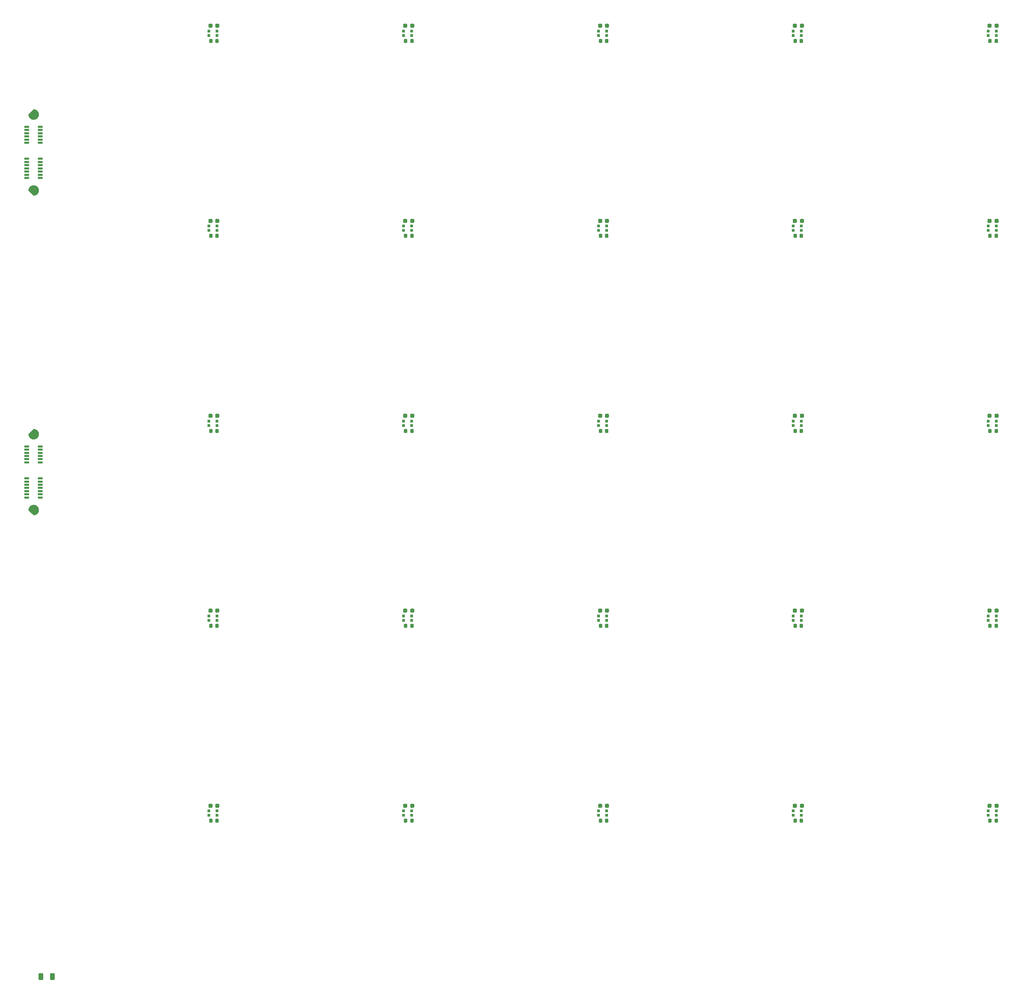
<source format=gbr>
%TF.GenerationSoftware,KiCad,Pcbnew,8.0.2-1*%
%TF.CreationDate,2024-10-01T13:51:40-04:00*%
%TF.ProjectId,OddLayers_1.3mm_SiPM,4f64644c-6179-4657-9273-5f312e336d6d,rev?*%
%TF.SameCoordinates,Original*%
%TF.FileFunction,Paste,Top*%
%TF.FilePolarity,Positive*%
%FSLAX46Y46*%
G04 Gerber Fmt 4.6, Leading zero omitted, Abs format (unit mm)*
G04 Created by KiCad (PCBNEW 8.0.2-1) date 2024-10-01 13:51:40*
%MOMM*%
%LPD*%
G01*
G04 APERTURE LIST*
G04 Aperture macros list*
%AMRoundRect*
0 Rectangle with rounded corners*
0 $1 Rounding radius*
0 $2 $3 $4 $5 $6 $7 $8 $9 X,Y pos of 4 corners*
0 Add a 4 corners polygon primitive as box body*
4,1,4,$2,$3,$4,$5,$6,$7,$8,$9,$2,$3,0*
0 Add four circle primitives for the rounded corners*
1,1,$1+$1,$2,$3*
1,1,$1+$1,$4,$5*
1,1,$1+$1,$6,$7*
1,1,$1+$1,$8,$9*
0 Add four rect primitives between the rounded corners*
20,1,$1+$1,$2,$3,$4,$5,0*
20,1,$1+$1,$4,$5,$6,$7,0*
20,1,$1+$1,$6,$7,$8,$9,0*
20,1,$1+$1,$8,$9,$2,$3,0*%
G04 Aperture macros list end*
%ADD10C,0.010000*%
%ADD11R,0.700000X0.700000*%
%ADD12RoundRect,0.237500X-0.287500X-0.237500X0.287500X-0.237500X0.287500X0.237500X-0.287500X0.237500X0*%
%ADD13RoundRect,0.225000X-0.225000X-0.250000X0.225000X-0.250000X0.225000X0.250000X-0.225000X0.250000X0*%
%ADD14R,1.200000X0.500000*%
%ADD15RoundRect,0.250000X-0.312500X-0.625000X0.312500X-0.625000X0.312500X0.625000X-0.312500X0.625000X0*%
G04 APERTURE END LIST*
D10*
%TO.C,REF\u002A\u002A*%
X60066000Y-108227000D02*
X60133000Y-108232000D01*
X60199000Y-108241000D01*
X60264000Y-108253000D01*
X60329000Y-108268000D01*
X60392000Y-108287000D01*
X60455000Y-108309000D01*
X60517000Y-108335000D01*
X60577000Y-108363000D01*
X60635000Y-108395000D01*
X60692000Y-108430000D01*
X60746000Y-108468000D01*
X60799000Y-108508000D01*
X60850000Y-108551000D01*
X60898000Y-108597000D01*
X60944000Y-108645000D01*
X60987000Y-108696000D01*
X61027000Y-108749000D01*
X61065000Y-108803000D01*
X61100000Y-108860000D01*
X61132000Y-108918000D01*
X61160000Y-108978000D01*
X61186000Y-109040000D01*
X61208000Y-109103000D01*
X61227000Y-109166000D01*
X61242000Y-109231000D01*
X61254000Y-109296000D01*
X61263000Y-109362000D01*
X61268000Y-109429000D01*
X61270000Y-109495000D01*
X61268000Y-109561000D01*
X61263000Y-109628000D01*
X61254000Y-109694000D01*
X61242000Y-109759000D01*
X61227000Y-109824000D01*
X61208000Y-109887000D01*
X61186000Y-109950000D01*
X61160000Y-110012000D01*
X61132000Y-110072000D01*
X61100000Y-110130000D01*
X61065000Y-110187000D01*
X61027000Y-110241000D01*
X60987000Y-110294000D01*
X60944000Y-110345000D01*
X60898000Y-110393000D01*
X60873000Y-110416000D01*
X60847000Y-110439000D01*
X60821000Y-110462000D01*
X60794000Y-110484000D01*
X60766000Y-110505000D01*
X60738000Y-110525000D01*
X60709000Y-110544000D01*
X60680000Y-110563000D01*
X60651000Y-110581000D01*
X60620000Y-110598000D01*
X60590000Y-110615000D01*
X60559000Y-110630000D01*
X60527000Y-110645000D01*
X60496000Y-110659000D01*
X60464000Y-110672000D01*
X60431000Y-110685000D01*
X60398000Y-110696000D01*
X60365000Y-110707000D01*
X60332000Y-110716000D01*
X60298000Y-110725000D01*
X60265000Y-110733000D01*
X60231000Y-110740000D01*
X60197000Y-110746000D01*
X60162000Y-110752000D01*
X60128000Y-110756000D01*
X60093000Y-110759000D01*
X60059000Y-110762000D01*
X60024000Y-110764000D01*
X59989000Y-110764000D01*
X59954000Y-110764000D01*
X58731000Y-109541000D01*
X58730740Y-109540960D01*
X58731000Y-109506000D01*
X58731000Y-109471000D01*
X58733000Y-109436000D01*
X58736000Y-109402000D01*
X58739000Y-109367000D01*
X58743000Y-109333000D01*
X58749000Y-109298000D01*
X58755000Y-109264000D01*
X58762000Y-109230000D01*
X58770000Y-109196000D01*
X58779000Y-109163000D01*
X58788000Y-109130000D01*
X58799000Y-109097000D01*
X58810000Y-109064000D01*
X58823000Y-109031000D01*
X58836000Y-108999000D01*
X58850000Y-108967000D01*
X58865000Y-108936000D01*
X58880000Y-108905000D01*
X58897000Y-108875000D01*
X58914000Y-108844000D01*
X58932000Y-108815000D01*
X58951000Y-108786000D01*
X58970000Y-108757000D01*
X58990000Y-108729000D01*
X59011000Y-108701000D01*
X59033000Y-108674000D01*
X59056000Y-108648000D01*
X59079000Y-108622000D01*
X59102000Y-108597000D01*
X59150000Y-108551000D01*
X59201000Y-108508000D01*
X59254000Y-108468000D01*
X59308000Y-108430000D01*
X59365000Y-108395000D01*
X59423000Y-108363000D01*
X59483000Y-108335000D01*
X59545000Y-108309000D01*
X59608000Y-108287000D01*
X59671000Y-108268000D01*
X59736000Y-108253000D01*
X59801000Y-108241000D01*
X59867000Y-108232000D01*
X59934000Y-108227000D01*
X60000000Y-108225000D01*
X60066000Y-108227000D01*
G36*
X60066000Y-108227000D02*
G01*
X60133000Y-108232000D01*
X60199000Y-108241000D01*
X60264000Y-108253000D01*
X60329000Y-108268000D01*
X60392000Y-108287000D01*
X60455000Y-108309000D01*
X60517000Y-108335000D01*
X60577000Y-108363000D01*
X60635000Y-108395000D01*
X60692000Y-108430000D01*
X60746000Y-108468000D01*
X60799000Y-108508000D01*
X60850000Y-108551000D01*
X60898000Y-108597000D01*
X60944000Y-108645000D01*
X60987000Y-108696000D01*
X61027000Y-108749000D01*
X61065000Y-108803000D01*
X61100000Y-108860000D01*
X61132000Y-108918000D01*
X61160000Y-108978000D01*
X61186000Y-109040000D01*
X61208000Y-109103000D01*
X61227000Y-109166000D01*
X61242000Y-109231000D01*
X61254000Y-109296000D01*
X61263000Y-109362000D01*
X61268000Y-109429000D01*
X61270000Y-109495000D01*
X61268000Y-109561000D01*
X61263000Y-109628000D01*
X61254000Y-109694000D01*
X61242000Y-109759000D01*
X61227000Y-109824000D01*
X61208000Y-109887000D01*
X61186000Y-109950000D01*
X61160000Y-110012000D01*
X61132000Y-110072000D01*
X61100000Y-110130000D01*
X61065000Y-110187000D01*
X61027000Y-110241000D01*
X60987000Y-110294000D01*
X60944000Y-110345000D01*
X60898000Y-110393000D01*
X60873000Y-110416000D01*
X60847000Y-110439000D01*
X60821000Y-110462000D01*
X60794000Y-110484000D01*
X60766000Y-110505000D01*
X60738000Y-110525000D01*
X60709000Y-110544000D01*
X60680000Y-110563000D01*
X60651000Y-110581000D01*
X60620000Y-110598000D01*
X60590000Y-110615000D01*
X60559000Y-110630000D01*
X60527000Y-110645000D01*
X60496000Y-110659000D01*
X60464000Y-110672000D01*
X60431000Y-110685000D01*
X60398000Y-110696000D01*
X60365000Y-110707000D01*
X60332000Y-110716000D01*
X60298000Y-110725000D01*
X60265000Y-110733000D01*
X60231000Y-110740000D01*
X60197000Y-110746000D01*
X60162000Y-110752000D01*
X60128000Y-110756000D01*
X60093000Y-110759000D01*
X60059000Y-110762000D01*
X60024000Y-110764000D01*
X59989000Y-110764000D01*
X59954000Y-110764000D01*
X58731000Y-109541000D01*
X58730740Y-109540960D01*
X58731000Y-109506000D01*
X58731000Y-109471000D01*
X58733000Y-109436000D01*
X58736000Y-109402000D01*
X58739000Y-109367000D01*
X58743000Y-109333000D01*
X58749000Y-109298000D01*
X58755000Y-109264000D01*
X58762000Y-109230000D01*
X58770000Y-109196000D01*
X58779000Y-109163000D01*
X58788000Y-109130000D01*
X58799000Y-109097000D01*
X58810000Y-109064000D01*
X58823000Y-109031000D01*
X58836000Y-108999000D01*
X58850000Y-108967000D01*
X58865000Y-108936000D01*
X58880000Y-108905000D01*
X58897000Y-108875000D01*
X58914000Y-108844000D01*
X58932000Y-108815000D01*
X58951000Y-108786000D01*
X58970000Y-108757000D01*
X58990000Y-108729000D01*
X59011000Y-108701000D01*
X59033000Y-108674000D01*
X59056000Y-108648000D01*
X59079000Y-108622000D01*
X59102000Y-108597000D01*
X59150000Y-108551000D01*
X59201000Y-108508000D01*
X59254000Y-108468000D01*
X59308000Y-108430000D01*
X59365000Y-108395000D01*
X59423000Y-108363000D01*
X59483000Y-108335000D01*
X59545000Y-108309000D01*
X59608000Y-108287000D01*
X59671000Y-108268000D01*
X59736000Y-108253000D01*
X59801000Y-108241000D01*
X59867000Y-108232000D01*
X59934000Y-108227000D01*
X60000000Y-108225000D01*
X60066000Y-108227000D01*
G37*
X59989000Y-89236000D02*
X60024000Y-89236000D01*
X60059000Y-89238000D01*
X60093000Y-89241000D01*
X60128000Y-89244000D01*
X60162000Y-89248000D01*
X60197000Y-89254000D01*
X60231000Y-89260000D01*
X60265000Y-89267000D01*
X60298000Y-89275000D01*
X60332000Y-89284000D01*
X60365000Y-89293000D01*
X60398000Y-89304000D01*
X60431000Y-89315000D01*
X60464000Y-89328000D01*
X60496000Y-89341000D01*
X60527000Y-89355000D01*
X60559000Y-89370000D01*
X60590000Y-89385000D01*
X60620000Y-89402000D01*
X60651000Y-89419000D01*
X60680000Y-89437000D01*
X60709000Y-89456000D01*
X60738000Y-89475000D01*
X60766000Y-89495000D01*
X60794000Y-89516000D01*
X60821000Y-89538000D01*
X60847000Y-89561000D01*
X60873000Y-89584000D01*
X60898000Y-89607000D01*
X60944000Y-89655000D01*
X60987000Y-89706000D01*
X61027000Y-89759000D01*
X61065000Y-89813000D01*
X61100000Y-89870000D01*
X61132000Y-89928000D01*
X61160000Y-89988000D01*
X61186000Y-90050000D01*
X61208000Y-90113000D01*
X61227000Y-90176000D01*
X61242000Y-90241000D01*
X61254000Y-90306000D01*
X61263000Y-90372000D01*
X61268000Y-90439000D01*
X61270000Y-90505000D01*
X61268000Y-90571000D01*
X61263000Y-90638000D01*
X61254000Y-90704000D01*
X61242000Y-90769000D01*
X61227000Y-90834000D01*
X61208000Y-90897000D01*
X61186000Y-90960000D01*
X61160000Y-91022000D01*
X61132000Y-91082000D01*
X61100000Y-91140000D01*
X61065000Y-91197000D01*
X61027000Y-91251000D01*
X60987000Y-91304000D01*
X60944000Y-91355000D01*
X60898000Y-91403000D01*
X60850000Y-91449000D01*
X60799000Y-91492000D01*
X60746000Y-91532000D01*
X60692000Y-91570000D01*
X60635000Y-91605000D01*
X60577000Y-91637000D01*
X60517000Y-91665000D01*
X60455000Y-91691000D01*
X60392000Y-91713000D01*
X60329000Y-91732000D01*
X60264000Y-91747000D01*
X60199000Y-91759000D01*
X60133000Y-91768000D01*
X60066000Y-91773000D01*
X60000000Y-91775000D01*
X59934000Y-91773000D01*
X59867000Y-91768000D01*
X59801000Y-91759000D01*
X59736000Y-91747000D01*
X59671000Y-91732000D01*
X59608000Y-91713000D01*
X59545000Y-91691000D01*
X59483000Y-91665000D01*
X59423000Y-91637000D01*
X59365000Y-91605000D01*
X59308000Y-91570000D01*
X59254000Y-91532000D01*
X59201000Y-91492000D01*
X59150000Y-91449000D01*
X59102000Y-91403000D01*
X59079000Y-91378000D01*
X59056000Y-91352000D01*
X59033000Y-91326000D01*
X59011000Y-91299000D01*
X58990000Y-91271000D01*
X58970000Y-91243000D01*
X58951000Y-91214000D01*
X58932000Y-91185000D01*
X58914000Y-91156000D01*
X58897000Y-91125000D01*
X58880000Y-91095000D01*
X58865000Y-91064000D01*
X58850000Y-91033000D01*
X58836000Y-91001000D01*
X58823000Y-90969000D01*
X58810000Y-90936000D01*
X58799000Y-90903000D01*
X58788000Y-90870000D01*
X58779000Y-90837000D01*
X58770000Y-90804000D01*
X58762000Y-90770000D01*
X58755000Y-90736000D01*
X58749000Y-90702000D01*
X58743000Y-90667000D01*
X58739000Y-90633000D01*
X58736000Y-90598000D01*
X58733000Y-90564000D01*
X58731000Y-90529000D01*
X58731000Y-90494000D01*
X58731000Y-90459000D01*
X59954000Y-89236000D01*
X59954041Y-89235700D01*
X59989000Y-89236000D01*
G36*
X59989000Y-89236000D02*
G01*
X60024000Y-89236000D01*
X60059000Y-89238000D01*
X60093000Y-89241000D01*
X60128000Y-89244000D01*
X60162000Y-89248000D01*
X60197000Y-89254000D01*
X60231000Y-89260000D01*
X60265000Y-89267000D01*
X60298000Y-89275000D01*
X60332000Y-89284000D01*
X60365000Y-89293000D01*
X60398000Y-89304000D01*
X60431000Y-89315000D01*
X60464000Y-89328000D01*
X60496000Y-89341000D01*
X60527000Y-89355000D01*
X60559000Y-89370000D01*
X60590000Y-89385000D01*
X60620000Y-89402000D01*
X60651000Y-89419000D01*
X60680000Y-89437000D01*
X60709000Y-89456000D01*
X60738000Y-89475000D01*
X60766000Y-89495000D01*
X60794000Y-89516000D01*
X60821000Y-89538000D01*
X60847000Y-89561000D01*
X60873000Y-89584000D01*
X60898000Y-89607000D01*
X60944000Y-89655000D01*
X60987000Y-89706000D01*
X61027000Y-89759000D01*
X61065000Y-89813000D01*
X61100000Y-89870000D01*
X61132000Y-89928000D01*
X61160000Y-89988000D01*
X61186000Y-90050000D01*
X61208000Y-90113000D01*
X61227000Y-90176000D01*
X61242000Y-90241000D01*
X61254000Y-90306000D01*
X61263000Y-90372000D01*
X61268000Y-90439000D01*
X61270000Y-90505000D01*
X61268000Y-90571000D01*
X61263000Y-90638000D01*
X61254000Y-90704000D01*
X61242000Y-90769000D01*
X61227000Y-90834000D01*
X61208000Y-90897000D01*
X61186000Y-90960000D01*
X61160000Y-91022000D01*
X61132000Y-91082000D01*
X61100000Y-91140000D01*
X61065000Y-91197000D01*
X61027000Y-91251000D01*
X60987000Y-91304000D01*
X60944000Y-91355000D01*
X60898000Y-91403000D01*
X60850000Y-91449000D01*
X60799000Y-91492000D01*
X60746000Y-91532000D01*
X60692000Y-91570000D01*
X60635000Y-91605000D01*
X60577000Y-91637000D01*
X60517000Y-91665000D01*
X60455000Y-91691000D01*
X60392000Y-91713000D01*
X60329000Y-91732000D01*
X60264000Y-91747000D01*
X60199000Y-91759000D01*
X60133000Y-91768000D01*
X60066000Y-91773000D01*
X60000000Y-91775000D01*
X59934000Y-91773000D01*
X59867000Y-91768000D01*
X59801000Y-91759000D01*
X59736000Y-91747000D01*
X59671000Y-91732000D01*
X59608000Y-91713000D01*
X59545000Y-91691000D01*
X59483000Y-91665000D01*
X59423000Y-91637000D01*
X59365000Y-91605000D01*
X59308000Y-91570000D01*
X59254000Y-91532000D01*
X59201000Y-91492000D01*
X59150000Y-91449000D01*
X59102000Y-91403000D01*
X59079000Y-91378000D01*
X59056000Y-91352000D01*
X59033000Y-91326000D01*
X59011000Y-91299000D01*
X58990000Y-91271000D01*
X58970000Y-91243000D01*
X58951000Y-91214000D01*
X58932000Y-91185000D01*
X58914000Y-91156000D01*
X58897000Y-91125000D01*
X58880000Y-91095000D01*
X58865000Y-91064000D01*
X58850000Y-91033000D01*
X58836000Y-91001000D01*
X58823000Y-90969000D01*
X58810000Y-90936000D01*
X58799000Y-90903000D01*
X58788000Y-90870000D01*
X58779000Y-90837000D01*
X58770000Y-90804000D01*
X58762000Y-90770000D01*
X58755000Y-90736000D01*
X58749000Y-90702000D01*
X58743000Y-90667000D01*
X58739000Y-90633000D01*
X58736000Y-90598000D01*
X58733000Y-90564000D01*
X58731000Y-90529000D01*
X58731000Y-90494000D01*
X58731000Y-90459000D01*
X59954000Y-89236000D01*
X59954041Y-89235700D01*
X59989000Y-89236000D01*
G37*
X60066000Y-188227000D02*
X60133000Y-188232000D01*
X60199000Y-188241000D01*
X60264000Y-188253000D01*
X60329000Y-188268000D01*
X60392000Y-188287000D01*
X60455000Y-188309000D01*
X60517000Y-188335000D01*
X60577000Y-188363000D01*
X60635000Y-188395000D01*
X60692000Y-188430000D01*
X60746000Y-188468000D01*
X60799000Y-188508000D01*
X60850000Y-188551000D01*
X60898000Y-188597000D01*
X60944000Y-188645000D01*
X60987000Y-188696000D01*
X61027000Y-188749000D01*
X61065000Y-188803000D01*
X61100000Y-188860000D01*
X61132000Y-188918000D01*
X61160000Y-188978000D01*
X61186000Y-189040000D01*
X61208000Y-189103000D01*
X61227000Y-189166000D01*
X61242000Y-189231000D01*
X61254000Y-189296000D01*
X61263000Y-189362000D01*
X61268000Y-189429000D01*
X61270000Y-189495000D01*
X61268000Y-189561000D01*
X61263000Y-189628000D01*
X61254000Y-189694000D01*
X61242000Y-189759000D01*
X61227000Y-189824000D01*
X61208000Y-189887000D01*
X61186000Y-189950000D01*
X61160000Y-190012000D01*
X61132000Y-190072000D01*
X61100000Y-190130000D01*
X61065000Y-190187000D01*
X61027000Y-190241000D01*
X60987000Y-190294000D01*
X60944000Y-190345000D01*
X60898000Y-190393000D01*
X60873000Y-190416000D01*
X60847000Y-190439000D01*
X60821000Y-190462000D01*
X60794000Y-190484000D01*
X60766000Y-190505000D01*
X60738000Y-190525000D01*
X60709000Y-190544000D01*
X60680000Y-190563000D01*
X60651000Y-190581000D01*
X60620000Y-190598000D01*
X60590000Y-190615000D01*
X60559000Y-190630000D01*
X60527000Y-190645000D01*
X60496000Y-190659000D01*
X60464000Y-190672000D01*
X60431000Y-190685000D01*
X60398000Y-190696000D01*
X60365000Y-190707000D01*
X60332000Y-190716000D01*
X60298000Y-190725000D01*
X60265000Y-190733000D01*
X60231000Y-190740000D01*
X60197000Y-190746000D01*
X60162000Y-190752000D01*
X60128000Y-190756000D01*
X60093000Y-190759000D01*
X60059000Y-190762000D01*
X60024000Y-190764000D01*
X59989000Y-190764000D01*
X59954000Y-190764000D01*
X58731000Y-189541000D01*
X58730740Y-189540960D01*
X58731000Y-189506000D01*
X58731000Y-189471000D01*
X58733000Y-189436000D01*
X58736000Y-189402000D01*
X58739000Y-189367000D01*
X58743000Y-189333000D01*
X58749000Y-189298000D01*
X58755000Y-189264000D01*
X58762000Y-189230000D01*
X58770000Y-189196000D01*
X58779000Y-189163000D01*
X58788000Y-189130000D01*
X58799000Y-189097000D01*
X58810000Y-189064000D01*
X58823000Y-189031000D01*
X58836000Y-188999000D01*
X58850000Y-188967000D01*
X58865000Y-188936000D01*
X58880000Y-188905000D01*
X58897000Y-188875000D01*
X58914000Y-188844000D01*
X58932000Y-188815000D01*
X58951000Y-188786000D01*
X58970000Y-188757000D01*
X58990000Y-188729000D01*
X59011000Y-188701000D01*
X59033000Y-188674000D01*
X59056000Y-188648000D01*
X59079000Y-188622000D01*
X59102000Y-188597000D01*
X59150000Y-188551000D01*
X59201000Y-188508000D01*
X59254000Y-188468000D01*
X59308000Y-188430000D01*
X59365000Y-188395000D01*
X59423000Y-188363000D01*
X59483000Y-188335000D01*
X59545000Y-188309000D01*
X59608000Y-188287000D01*
X59671000Y-188268000D01*
X59736000Y-188253000D01*
X59801000Y-188241000D01*
X59867000Y-188232000D01*
X59934000Y-188227000D01*
X60000000Y-188225000D01*
X60066000Y-188227000D01*
G36*
X60066000Y-188227000D02*
G01*
X60133000Y-188232000D01*
X60199000Y-188241000D01*
X60264000Y-188253000D01*
X60329000Y-188268000D01*
X60392000Y-188287000D01*
X60455000Y-188309000D01*
X60517000Y-188335000D01*
X60577000Y-188363000D01*
X60635000Y-188395000D01*
X60692000Y-188430000D01*
X60746000Y-188468000D01*
X60799000Y-188508000D01*
X60850000Y-188551000D01*
X60898000Y-188597000D01*
X60944000Y-188645000D01*
X60987000Y-188696000D01*
X61027000Y-188749000D01*
X61065000Y-188803000D01*
X61100000Y-188860000D01*
X61132000Y-188918000D01*
X61160000Y-188978000D01*
X61186000Y-189040000D01*
X61208000Y-189103000D01*
X61227000Y-189166000D01*
X61242000Y-189231000D01*
X61254000Y-189296000D01*
X61263000Y-189362000D01*
X61268000Y-189429000D01*
X61270000Y-189495000D01*
X61268000Y-189561000D01*
X61263000Y-189628000D01*
X61254000Y-189694000D01*
X61242000Y-189759000D01*
X61227000Y-189824000D01*
X61208000Y-189887000D01*
X61186000Y-189950000D01*
X61160000Y-190012000D01*
X61132000Y-190072000D01*
X61100000Y-190130000D01*
X61065000Y-190187000D01*
X61027000Y-190241000D01*
X60987000Y-190294000D01*
X60944000Y-190345000D01*
X60898000Y-190393000D01*
X60873000Y-190416000D01*
X60847000Y-190439000D01*
X60821000Y-190462000D01*
X60794000Y-190484000D01*
X60766000Y-190505000D01*
X60738000Y-190525000D01*
X60709000Y-190544000D01*
X60680000Y-190563000D01*
X60651000Y-190581000D01*
X60620000Y-190598000D01*
X60590000Y-190615000D01*
X60559000Y-190630000D01*
X60527000Y-190645000D01*
X60496000Y-190659000D01*
X60464000Y-190672000D01*
X60431000Y-190685000D01*
X60398000Y-190696000D01*
X60365000Y-190707000D01*
X60332000Y-190716000D01*
X60298000Y-190725000D01*
X60265000Y-190733000D01*
X60231000Y-190740000D01*
X60197000Y-190746000D01*
X60162000Y-190752000D01*
X60128000Y-190756000D01*
X60093000Y-190759000D01*
X60059000Y-190762000D01*
X60024000Y-190764000D01*
X59989000Y-190764000D01*
X59954000Y-190764000D01*
X58731000Y-189541000D01*
X58730740Y-189540960D01*
X58731000Y-189506000D01*
X58731000Y-189471000D01*
X58733000Y-189436000D01*
X58736000Y-189402000D01*
X58739000Y-189367000D01*
X58743000Y-189333000D01*
X58749000Y-189298000D01*
X58755000Y-189264000D01*
X58762000Y-189230000D01*
X58770000Y-189196000D01*
X58779000Y-189163000D01*
X58788000Y-189130000D01*
X58799000Y-189097000D01*
X58810000Y-189064000D01*
X58823000Y-189031000D01*
X58836000Y-188999000D01*
X58850000Y-188967000D01*
X58865000Y-188936000D01*
X58880000Y-188905000D01*
X58897000Y-188875000D01*
X58914000Y-188844000D01*
X58932000Y-188815000D01*
X58951000Y-188786000D01*
X58970000Y-188757000D01*
X58990000Y-188729000D01*
X59011000Y-188701000D01*
X59033000Y-188674000D01*
X59056000Y-188648000D01*
X59079000Y-188622000D01*
X59102000Y-188597000D01*
X59150000Y-188551000D01*
X59201000Y-188508000D01*
X59254000Y-188468000D01*
X59308000Y-188430000D01*
X59365000Y-188395000D01*
X59423000Y-188363000D01*
X59483000Y-188335000D01*
X59545000Y-188309000D01*
X59608000Y-188287000D01*
X59671000Y-188268000D01*
X59736000Y-188253000D01*
X59801000Y-188241000D01*
X59867000Y-188232000D01*
X59934000Y-188227000D01*
X60000000Y-188225000D01*
X60066000Y-188227000D01*
G37*
X59989000Y-169236000D02*
X60024000Y-169236000D01*
X60059000Y-169238000D01*
X60093000Y-169241000D01*
X60128000Y-169244000D01*
X60162000Y-169248000D01*
X60197000Y-169254000D01*
X60231000Y-169260000D01*
X60265000Y-169267000D01*
X60298000Y-169275000D01*
X60332000Y-169284000D01*
X60365000Y-169293000D01*
X60398000Y-169304000D01*
X60431000Y-169315000D01*
X60464000Y-169328000D01*
X60496000Y-169341000D01*
X60527000Y-169355000D01*
X60559000Y-169370000D01*
X60590000Y-169385000D01*
X60620000Y-169402000D01*
X60651000Y-169419000D01*
X60680000Y-169437000D01*
X60709000Y-169456000D01*
X60738000Y-169475000D01*
X60766000Y-169495000D01*
X60794000Y-169516000D01*
X60821000Y-169538000D01*
X60847000Y-169561000D01*
X60873000Y-169584000D01*
X60898000Y-169607000D01*
X60944000Y-169655000D01*
X60987000Y-169706000D01*
X61027000Y-169759000D01*
X61065000Y-169813000D01*
X61100000Y-169870000D01*
X61132000Y-169928000D01*
X61160000Y-169988000D01*
X61186000Y-170050000D01*
X61208000Y-170113000D01*
X61227000Y-170176000D01*
X61242000Y-170241000D01*
X61254000Y-170306000D01*
X61263000Y-170372000D01*
X61268000Y-170439000D01*
X61270000Y-170505000D01*
X61268000Y-170571000D01*
X61263000Y-170638000D01*
X61254000Y-170704000D01*
X61242000Y-170769000D01*
X61227000Y-170834000D01*
X61208000Y-170897000D01*
X61186000Y-170960000D01*
X61160000Y-171022000D01*
X61132000Y-171082000D01*
X61100000Y-171140000D01*
X61065000Y-171197000D01*
X61027000Y-171251000D01*
X60987000Y-171304000D01*
X60944000Y-171355000D01*
X60898000Y-171403000D01*
X60850000Y-171449000D01*
X60799000Y-171492000D01*
X60746000Y-171532000D01*
X60692000Y-171570000D01*
X60635000Y-171605000D01*
X60577000Y-171637000D01*
X60517000Y-171665000D01*
X60455000Y-171691000D01*
X60392000Y-171713000D01*
X60329000Y-171732000D01*
X60264000Y-171747000D01*
X60199000Y-171759000D01*
X60133000Y-171768000D01*
X60066000Y-171773000D01*
X60000000Y-171775000D01*
X59934000Y-171773000D01*
X59867000Y-171768000D01*
X59801000Y-171759000D01*
X59736000Y-171747000D01*
X59671000Y-171732000D01*
X59608000Y-171713000D01*
X59545000Y-171691000D01*
X59483000Y-171665000D01*
X59423000Y-171637000D01*
X59365000Y-171605000D01*
X59308000Y-171570000D01*
X59254000Y-171532000D01*
X59201000Y-171492000D01*
X59150000Y-171449000D01*
X59102000Y-171403000D01*
X59079000Y-171378000D01*
X59056000Y-171352000D01*
X59033000Y-171326000D01*
X59011000Y-171299000D01*
X58990000Y-171271000D01*
X58970000Y-171243000D01*
X58951000Y-171214000D01*
X58932000Y-171185000D01*
X58914000Y-171156000D01*
X58897000Y-171125000D01*
X58880000Y-171095000D01*
X58865000Y-171064000D01*
X58850000Y-171033000D01*
X58836000Y-171001000D01*
X58823000Y-170969000D01*
X58810000Y-170936000D01*
X58799000Y-170903000D01*
X58788000Y-170870000D01*
X58779000Y-170837000D01*
X58770000Y-170804000D01*
X58762000Y-170770000D01*
X58755000Y-170736000D01*
X58749000Y-170702000D01*
X58743000Y-170667000D01*
X58739000Y-170633000D01*
X58736000Y-170598000D01*
X58733000Y-170564000D01*
X58731000Y-170529000D01*
X58731000Y-170494000D01*
X58731000Y-170459000D01*
X59954000Y-169236000D01*
X59954041Y-169235700D01*
X59989000Y-169236000D01*
G36*
X59989000Y-169236000D02*
G01*
X60024000Y-169236000D01*
X60059000Y-169238000D01*
X60093000Y-169241000D01*
X60128000Y-169244000D01*
X60162000Y-169248000D01*
X60197000Y-169254000D01*
X60231000Y-169260000D01*
X60265000Y-169267000D01*
X60298000Y-169275000D01*
X60332000Y-169284000D01*
X60365000Y-169293000D01*
X60398000Y-169304000D01*
X60431000Y-169315000D01*
X60464000Y-169328000D01*
X60496000Y-169341000D01*
X60527000Y-169355000D01*
X60559000Y-169370000D01*
X60590000Y-169385000D01*
X60620000Y-169402000D01*
X60651000Y-169419000D01*
X60680000Y-169437000D01*
X60709000Y-169456000D01*
X60738000Y-169475000D01*
X60766000Y-169495000D01*
X60794000Y-169516000D01*
X60821000Y-169538000D01*
X60847000Y-169561000D01*
X60873000Y-169584000D01*
X60898000Y-169607000D01*
X60944000Y-169655000D01*
X60987000Y-169706000D01*
X61027000Y-169759000D01*
X61065000Y-169813000D01*
X61100000Y-169870000D01*
X61132000Y-169928000D01*
X61160000Y-169988000D01*
X61186000Y-170050000D01*
X61208000Y-170113000D01*
X61227000Y-170176000D01*
X61242000Y-170241000D01*
X61254000Y-170306000D01*
X61263000Y-170372000D01*
X61268000Y-170439000D01*
X61270000Y-170505000D01*
X61268000Y-170571000D01*
X61263000Y-170638000D01*
X61254000Y-170704000D01*
X61242000Y-170769000D01*
X61227000Y-170834000D01*
X61208000Y-170897000D01*
X61186000Y-170960000D01*
X61160000Y-171022000D01*
X61132000Y-171082000D01*
X61100000Y-171140000D01*
X61065000Y-171197000D01*
X61027000Y-171251000D01*
X60987000Y-171304000D01*
X60944000Y-171355000D01*
X60898000Y-171403000D01*
X60850000Y-171449000D01*
X60799000Y-171492000D01*
X60746000Y-171532000D01*
X60692000Y-171570000D01*
X60635000Y-171605000D01*
X60577000Y-171637000D01*
X60517000Y-171665000D01*
X60455000Y-171691000D01*
X60392000Y-171713000D01*
X60329000Y-171732000D01*
X60264000Y-171747000D01*
X60199000Y-171759000D01*
X60133000Y-171768000D01*
X60066000Y-171773000D01*
X60000000Y-171775000D01*
X59934000Y-171773000D01*
X59867000Y-171768000D01*
X59801000Y-171759000D01*
X59736000Y-171747000D01*
X59671000Y-171732000D01*
X59608000Y-171713000D01*
X59545000Y-171691000D01*
X59483000Y-171665000D01*
X59423000Y-171637000D01*
X59365000Y-171605000D01*
X59308000Y-171570000D01*
X59254000Y-171532000D01*
X59201000Y-171492000D01*
X59150000Y-171449000D01*
X59102000Y-171403000D01*
X59079000Y-171378000D01*
X59056000Y-171352000D01*
X59033000Y-171326000D01*
X59011000Y-171299000D01*
X58990000Y-171271000D01*
X58970000Y-171243000D01*
X58951000Y-171214000D01*
X58932000Y-171185000D01*
X58914000Y-171156000D01*
X58897000Y-171125000D01*
X58880000Y-171095000D01*
X58865000Y-171064000D01*
X58850000Y-171033000D01*
X58836000Y-171001000D01*
X58823000Y-170969000D01*
X58810000Y-170936000D01*
X58799000Y-170903000D01*
X58788000Y-170870000D01*
X58779000Y-170837000D01*
X58770000Y-170804000D01*
X58762000Y-170770000D01*
X58755000Y-170736000D01*
X58749000Y-170702000D01*
X58743000Y-170667000D01*
X58739000Y-170633000D01*
X58736000Y-170598000D01*
X58733000Y-170564000D01*
X58731000Y-170529000D01*
X58731000Y-170494000D01*
X58731000Y-170459000D01*
X59954000Y-169236000D01*
X59954041Y-169235700D01*
X59989000Y-169236000D01*
G37*
%TD*%
D11*
%TO.C,REF\u002A\u002A34*%
X301152500Y-167250000D03*
X301152500Y-168350000D03*
D12*
X299525000Y-165915000D03*
X301275000Y-165915000D03*
D11*
X299127500Y-167250000D03*
D13*
X301175000Y-169700000D03*
D11*
X299127500Y-168350000D03*
D13*
X299625000Y-169700000D03*
%TD*%
D11*
%TO.C,REF\u002A\u002A40*%
X105952500Y-264850000D03*
X105952500Y-265950000D03*
D12*
X104325000Y-263515000D03*
X106075000Y-263515000D03*
D11*
X103927500Y-264850000D03*
D13*
X105975000Y-267300000D03*
D11*
X103927500Y-265950000D03*
D13*
X104425000Y-267300000D03*
%TD*%
D11*
%TO.C,REF\u002A\u002A30*%
X105952500Y-167250000D03*
X105952500Y-168350000D03*
D12*
X104325000Y-165915000D03*
X106075000Y-165915000D03*
D11*
X103927500Y-167250000D03*
D13*
X105975000Y-169700000D03*
D11*
X103927500Y-168350000D03*
D13*
X104425000Y-169700000D03*
%TD*%
D11*
%TO.C,REF\u002A\u002A24*%
X301152500Y-69650000D03*
X301152500Y-70750000D03*
D12*
X299525000Y-68315000D03*
X301275000Y-68315000D03*
D11*
X299127500Y-69650000D03*
D13*
X301175000Y-72100000D03*
D11*
X299127500Y-70750000D03*
D13*
X299625000Y-72100000D03*
%TD*%
D11*
%TO.C,REF\u002A\u002A43*%
X252352500Y-264850000D03*
X252352500Y-265950000D03*
D12*
X250725000Y-263515000D03*
X252475000Y-263515000D03*
D11*
X250327500Y-264850000D03*
D13*
X252375000Y-267300000D03*
D11*
X250327500Y-265950000D03*
D13*
X250825000Y-267300000D03*
%TD*%
D11*
%TO.C,REF\u002A\u002A38*%
X252352500Y-216050000D03*
X252352500Y-217150000D03*
D12*
X250725000Y-214715000D03*
X252475000Y-214715000D03*
D11*
X250327500Y-216050000D03*
D13*
X252375000Y-218500000D03*
D11*
X250327500Y-217150000D03*
D13*
X250825000Y-218500000D03*
%TD*%
D11*
%TO.C,REF\u002A\u002A22*%
X203552500Y-69650000D03*
X203552500Y-70750000D03*
D12*
X201925000Y-68315000D03*
X203675000Y-68315000D03*
D11*
X201527500Y-69650000D03*
D13*
X203575000Y-72100000D03*
D11*
X201527500Y-70750000D03*
D13*
X202025000Y-72100000D03*
%TD*%
D11*
%TO.C,REF\u002A\u002A28*%
X252352500Y-118450000D03*
X252352500Y-119550000D03*
D12*
X250725000Y-117115000D03*
X252475000Y-117115000D03*
D11*
X250327500Y-118450000D03*
D13*
X252375000Y-120900000D03*
D11*
X250327500Y-119550000D03*
D13*
X250825000Y-120900000D03*
%TD*%
D11*
%TO.C,REF\u002A\u002A23*%
X252352500Y-69650000D03*
X252352500Y-70750000D03*
D12*
X250725000Y-68315000D03*
X252475000Y-68315000D03*
D11*
X250327500Y-69650000D03*
D13*
X252375000Y-72100000D03*
D11*
X250327500Y-70750000D03*
D13*
X250825000Y-72100000D03*
%TD*%
D11*
%TO.C,REF\u002A\u002A32*%
X203552500Y-167250000D03*
X203552500Y-168350000D03*
D12*
X201925000Y-165915000D03*
X203675000Y-165915000D03*
D11*
X201527500Y-167250000D03*
D13*
X203575000Y-169700000D03*
D11*
X201527500Y-168350000D03*
D13*
X202025000Y-169700000D03*
%TD*%
D11*
%TO.C,REF\u002A\u002A44*%
X301152500Y-264850000D03*
X301152500Y-265950000D03*
D12*
X299525000Y-263515000D03*
X301275000Y-263515000D03*
D11*
X299127500Y-264850000D03*
D13*
X301175000Y-267300000D03*
D11*
X299127500Y-265950000D03*
D13*
X299625000Y-267300000D03*
%TD*%
D11*
%TO.C,REF\u002A\u002A26*%
X154752500Y-118450000D03*
X154752500Y-119550000D03*
D12*
X153125000Y-117115000D03*
X154875000Y-117115000D03*
D11*
X152727500Y-118450000D03*
D13*
X154775000Y-120900000D03*
D11*
X152727500Y-119550000D03*
D13*
X153225000Y-120900000D03*
%TD*%
D11*
%TO.C,REF\u002A\u002A36*%
X154752500Y-216050000D03*
X154752500Y-217150000D03*
D12*
X153125000Y-214715000D03*
X154875000Y-214715000D03*
D11*
X152727500Y-216050000D03*
D13*
X154775000Y-218500000D03*
D11*
X152727500Y-217150000D03*
D13*
X153225000Y-218500000D03*
%TD*%
D11*
%TO.C,REF\u002A\u002A20*%
X105952500Y-69650000D03*
X105952500Y-70750000D03*
D12*
X104325000Y-68315000D03*
X106075000Y-68315000D03*
D11*
X103927500Y-69650000D03*
D13*
X105975000Y-72100000D03*
D11*
X103927500Y-70750000D03*
D13*
X104425000Y-72100000D03*
%TD*%
D11*
%TO.C,REF\u002A\u002A25*%
X105952500Y-118450000D03*
X105952500Y-119550000D03*
D12*
X104325000Y-117115000D03*
X106075000Y-117115000D03*
D11*
X103927500Y-118450000D03*
D13*
X105975000Y-120900000D03*
D11*
X103927500Y-119550000D03*
D13*
X104425000Y-120900000D03*
%TD*%
D11*
%TO.C,REF\u002A\u002A37*%
X203552500Y-216050000D03*
X203552500Y-217150000D03*
D12*
X201925000Y-214715000D03*
X203675000Y-214715000D03*
D11*
X201527500Y-216050000D03*
D13*
X203575000Y-218500000D03*
D11*
X201527500Y-217150000D03*
D13*
X202025000Y-218500000D03*
%TD*%
D11*
%TO.C,REF\u002A\u002A31*%
X154752500Y-167250000D03*
X154752500Y-168350000D03*
D12*
X153125000Y-165915000D03*
X154875000Y-165915000D03*
D11*
X152727500Y-167250000D03*
D13*
X154775000Y-169700000D03*
D11*
X152727500Y-168350000D03*
D13*
X153225000Y-169700000D03*
%TD*%
D11*
%TO.C,REF\u002A\u002A27*%
X203552500Y-118450000D03*
X203552500Y-119550000D03*
D12*
X201925000Y-117115000D03*
X203675000Y-117115000D03*
D11*
X201527500Y-118450000D03*
D13*
X203575000Y-120900000D03*
D11*
X201527500Y-119550000D03*
D13*
X202025000Y-120900000D03*
%TD*%
D11*
%TO.C,REF\u002A\u002A41*%
X154752500Y-264850000D03*
X154752500Y-265950000D03*
D12*
X153125000Y-263515000D03*
X154875000Y-263515000D03*
D11*
X152727500Y-264850000D03*
D13*
X154775000Y-267300000D03*
D11*
X152727500Y-265950000D03*
D13*
X153225000Y-267300000D03*
%TD*%
D11*
%TO.C,REF\u002A\u002A29*%
X301152500Y-118450000D03*
X301152500Y-119550000D03*
D12*
X299525000Y-117115000D03*
X301275000Y-117115000D03*
D11*
X299127500Y-118450000D03*
D13*
X301175000Y-120900000D03*
D11*
X299127500Y-119550000D03*
D13*
X299625000Y-120900000D03*
%TD*%
D11*
%TO.C,REF\u002A\u002A21*%
X154752500Y-69650000D03*
X154752500Y-70750000D03*
D12*
X153125000Y-68315000D03*
X154875000Y-68315000D03*
D11*
X152727500Y-69650000D03*
D13*
X154775000Y-72100000D03*
D11*
X152727500Y-70750000D03*
D13*
X153225000Y-72100000D03*
%TD*%
D11*
%TO.C,REF\u002A\u002A42*%
X203552500Y-264850000D03*
X203552500Y-265950000D03*
D12*
X201925000Y-263515000D03*
X203675000Y-263515000D03*
D11*
X201527500Y-264850000D03*
D13*
X203575000Y-267300000D03*
D11*
X201527500Y-265950000D03*
D13*
X202025000Y-267300000D03*
%TD*%
D11*
%TO.C,REF\u002A\u002A35*%
X105952500Y-216050000D03*
X105952500Y-217150000D03*
D12*
X104325000Y-214715000D03*
X106075000Y-214715000D03*
D11*
X103927500Y-216050000D03*
D13*
X105975000Y-218500000D03*
D11*
X103927500Y-217150000D03*
D13*
X104425000Y-218500000D03*
%TD*%
D11*
%TO.C,REF\u002A\u002A39*%
X301152500Y-216050000D03*
X301152500Y-217150000D03*
D12*
X299525000Y-214715000D03*
X301275000Y-214715000D03*
D11*
X299127500Y-216050000D03*
D13*
X301175000Y-218500000D03*
D11*
X299127500Y-217150000D03*
D13*
X299625000Y-218500000D03*
%TD*%
D11*
%TO.C,REF\u002A\u002A33*%
X252352500Y-167250000D03*
X252352500Y-168350000D03*
D12*
X250725000Y-165915000D03*
X252475000Y-165915000D03*
D11*
X250327500Y-167250000D03*
D13*
X252375000Y-169700000D03*
D11*
X250327500Y-168350000D03*
D13*
X250825000Y-169700000D03*
%TD*%
D14*
%TO.C,REF\u002A\u002A*%
X58300000Y-93600000D03*
X61700000Y-93600000D03*
X58300000Y-94400000D03*
X61700000Y-94400000D03*
X58300000Y-95200000D03*
X61700000Y-95200000D03*
X58300000Y-96000000D03*
X61700000Y-96000000D03*
X58300000Y-96800000D03*
X61700000Y-96800000D03*
X58300000Y-97600000D03*
X61700000Y-97600000D03*
X58300000Y-101600000D03*
X61700000Y-101600000D03*
X58300000Y-102400000D03*
X61700000Y-102400000D03*
X58300000Y-103200000D03*
X61700000Y-103200000D03*
X58300000Y-104000000D03*
X61700000Y-104000000D03*
X58300000Y-104800000D03*
X61700000Y-104800000D03*
X58300000Y-105600000D03*
X61700000Y-105600000D03*
X58300000Y-106400000D03*
X61700000Y-106400000D03*
%TD*%
%TO.C,REF\u002A\u002A*%
X58300000Y-173600000D03*
X61700000Y-173600000D03*
X58300000Y-174400000D03*
X61700000Y-174400000D03*
X58300000Y-175200000D03*
X61700000Y-175200000D03*
X58300000Y-176000000D03*
X61700000Y-176000000D03*
X58300000Y-176800000D03*
X61700000Y-176800000D03*
X58300000Y-177600000D03*
X61700000Y-177600000D03*
X58300000Y-181600000D03*
X61700000Y-181600000D03*
X58300000Y-182400000D03*
X61700000Y-182400000D03*
X58300000Y-183200000D03*
X61700000Y-183200000D03*
X58300000Y-184000000D03*
X61700000Y-184000000D03*
X58300000Y-184800000D03*
X61700000Y-184800000D03*
X58300000Y-185600000D03*
X61700000Y-185600000D03*
X58300000Y-186400000D03*
X61700000Y-186400000D03*
%TD*%
D15*
%TO.C,50 \u03A9*%
X61837500Y-306300000D03*
X64762500Y-306300000D03*
%TD*%
M02*

</source>
